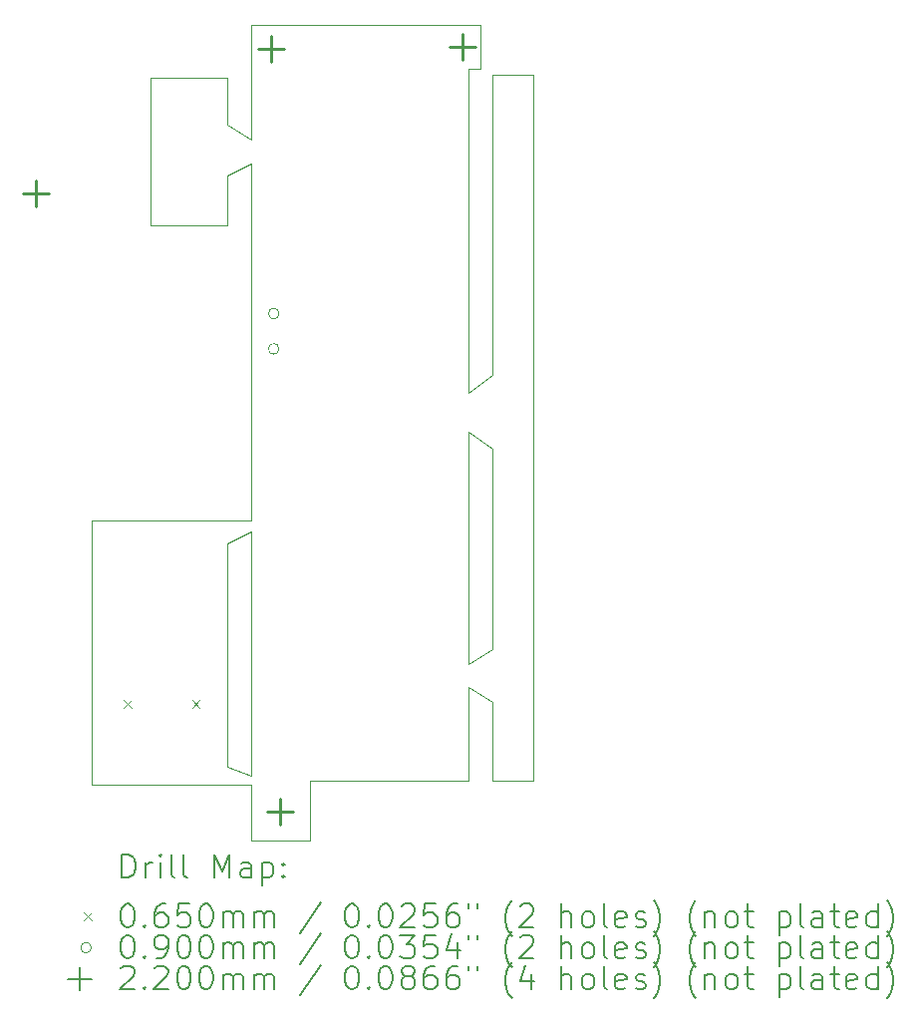
<source format=gbr>
%TF.GenerationSoftware,KiCad,Pcbnew,8.0.1*%
%TF.CreationDate,2024-07-19T12:33:11-04:00*%
%TF.ProjectId,Tiny4FSK,54696e79-3446-4534-9b2e-6b696361645f,rev?*%
%TF.SameCoordinates,Original*%
%TF.FileFunction,Drillmap*%
%TF.FilePolarity,Positive*%
%FSLAX45Y45*%
G04 Gerber Fmt 4.5, Leading zero omitted, Abs format (unit mm)*
G04 Created by KiCad (PCBNEW 8.0.1) date 2024-07-19 12:33:11*
%MOMM*%
%LPD*%
G01*
G04 APERTURE LIST*
%ADD10C,0.100000*%
%ADD11C,0.200000*%
%ADD12C,0.220000*%
G04 APERTURE END LIST*
D10*
X14025000Y-8775000D02*
X14025000Y-10675000D01*
X14025000Y-10750000D01*
X13825000Y-10675000D01*
X13825000Y-8775000D01*
X14025000Y-8675000D01*
X14025000Y-8775000D01*
X16075000Y-7975000D02*
X16075000Y-9675000D01*
X15875000Y-9800000D01*
X15875000Y-9675000D01*
X15875000Y-7975000D01*
X15875000Y-7825000D01*
X16075000Y-7975000D01*
X15975000Y-4750000D02*
X15875000Y-4750000D01*
X15875000Y-7350000D01*
X15875000Y-7500000D01*
X16075000Y-7350000D01*
X16075000Y-4800000D01*
X16425000Y-4800000D01*
X16424871Y-10792910D01*
X16074999Y-10792952D01*
X16075000Y-10125000D01*
X15875000Y-10000000D01*
X15875000Y-10150000D01*
X15874999Y-10792976D01*
X14525000Y-10793136D01*
X14525000Y-10900000D01*
X14525000Y-11300000D01*
X14025000Y-11300000D01*
X14025000Y-10825000D01*
X12675000Y-10825000D01*
X12674277Y-8581426D01*
X14024277Y-8581426D01*
X14025000Y-6075000D01*
X14025000Y-5550000D01*
X13825000Y-5650000D01*
X13825000Y-6075000D01*
X13175000Y-6075000D01*
X13175000Y-4825000D01*
X13825000Y-4825000D01*
X13825000Y-5225000D01*
X14025000Y-5350000D01*
X14024931Y-4825000D01*
X14025000Y-4375000D01*
X15975000Y-4375000D01*
X15975000Y-4750000D01*
D11*
D10*
X12946178Y-10108014D02*
X13011178Y-10173014D01*
X13011178Y-10108014D02*
X12946178Y-10173014D01*
X13524178Y-10108014D02*
X13589178Y-10173014D01*
X13589178Y-10108014D02*
X13524178Y-10173014D01*
X14263922Y-6825008D02*
G75*
G02*
X14173922Y-6825008I-45000J0D01*
G01*
X14173922Y-6825008D02*
G75*
G02*
X14263922Y-6825008I45000J0D01*
G01*
X14263922Y-7125008D02*
G75*
G02*
X14173922Y-7125008I-45000J0D01*
G01*
X14173922Y-7125008D02*
G75*
G02*
X14263922Y-7125008I45000J0D01*
G01*
D12*
X12200000Y-5695000D02*
X12200000Y-5915000D01*
X12090000Y-5805000D02*
X12310000Y-5805000D01*
X14200000Y-4465000D02*
X14200000Y-4685000D01*
X14090000Y-4575000D02*
X14310000Y-4575000D01*
X14274030Y-10947656D02*
X14274030Y-11167656D01*
X14164030Y-11057656D02*
X14384030Y-11057656D01*
X15825000Y-4450000D02*
X15825000Y-4670000D01*
X15715000Y-4560000D02*
X15935000Y-4560000D01*
D11*
X12930054Y-11616484D02*
X12930054Y-11416484D01*
X12930054Y-11416484D02*
X12977673Y-11416484D01*
X12977673Y-11416484D02*
X13006244Y-11426008D01*
X13006244Y-11426008D02*
X13025292Y-11445055D01*
X13025292Y-11445055D02*
X13034816Y-11464103D01*
X13034816Y-11464103D02*
X13044339Y-11502198D01*
X13044339Y-11502198D02*
X13044339Y-11530769D01*
X13044339Y-11530769D02*
X13034816Y-11568865D01*
X13034816Y-11568865D02*
X13025292Y-11587912D01*
X13025292Y-11587912D02*
X13006244Y-11606960D01*
X13006244Y-11606960D02*
X12977673Y-11616484D01*
X12977673Y-11616484D02*
X12930054Y-11616484D01*
X13130054Y-11616484D02*
X13130054Y-11483150D01*
X13130054Y-11521246D02*
X13139577Y-11502198D01*
X13139577Y-11502198D02*
X13149101Y-11492674D01*
X13149101Y-11492674D02*
X13168149Y-11483150D01*
X13168149Y-11483150D02*
X13187197Y-11483150D01*
X13253863Y-11616484D02*
X13253863Y-11483150D01*
X13253863Y-11416484D02*
X13244339Y-11426008D01*
X13244339Y-11426008D02*
X13253863Y-11435531D01*
X13253863Y-11435531D02*
X13263387Y-11426008D01*
X13263387Y-11426008D02*
X13253863Y-11416484D01*
X13253863Y-11416484D02*
X13253863Y-11435531D01*
X13377673Y-11616484D02*
X13358625Y-11606960D01*
X13358625Y-11606960D02*
X13349101Y-11587912D01*
X13349101Y-11587912D02*
X13349101Y-11416484D01*
X13482435Y-11616484D02*
X13463387Y-11606960D01*
X13463387Y-11606960D02*
X13453863Y-11587912D01*
X13453863Y-11587912D02*
X13453863Y-11416484D01*
X13711006Y-11616484D02*
X13711006Y-11416484D01*
X13711006Y-11416484D02*
X13777673Y-11559341D01*
X13777673Y-11559341D02*
X13844339Y-11416484D01*
X13844339Y-11416484D02*
X13844339Y-11616484D01*
X14025292Y-11616484D02*
X14025292Y-11511722D01*
X14025292Y-11511722D02*
X14015768Y-11492674D01*
X14015768Y-11492674D02*
X13996720Y-11483150D01*
X13996720Y-11483150D02*
X13958625Y-11483150D01*
X13958625Y-11483150D02*
X13939577Y-11492674D01*
X14025292Y-11606960D02*
X14006244Y-11616484D01*
X14006244Y-11616484D02*
X13958625Y-11616484D01*
X13958625Y-11616484D02*
X13939577Y-11606960D01*
X13939577Y-11606960D02*
X13930054Y-11587912D01*
X13930054Y-11587912D02*
X13930054Y-11568865D01*
X13930054Y-11568865D02*
X13939577Y-11549817D01*
X13939577Y-11549817D02*
X13958625Y-11540293D01*
X13958625Y-11540293D02*
X14006244Y-11540293D01*
X14006244Y-11540293D02*
X14025292Y-11530769D01*
X14120530Y-11483150D02*
X14120530Y-11683150D01*
X14120530Y-11492674D02*
X14139577Y-11483150D01*
X14139577Y-11483150D02*
X14177673Y-11483150D01*
X14177673Y-11483150D02*
X14196720Y-11492674D01*
X14196720Y-11492674D02*
X14206244Y-11502198D01*
X14206244Y-11502198D02*
X14215768Y-11521246D01*
X14215768Y-11521246D02*
X14215768Y-11578388D01*
X14215768Y-11578388D02*
X14206244Y-11597436D01*
X14206244Y-11597436D02*
X14196720Y-11606960D01*
X14196720Y-11606960D02*
X14177673Y-11616484D01*
X14177673Y-11616484D02*
X14139577Y-11616484D01*
X14139577Y-11616484D02*
X14120530Y-11606960D01*
X14301482Y-11597436D02*
X14311006Y-11606960D01*
X14311006Y-11606960D02*
X14301482Y-11616484D01*
X14301482Y-11616484D02*
X14291958Y-11606960D01*
X14291958Y-11606960D02*
X14301482Y-11597436D01*
X14301482Y-11597436D02*
X14301482Y-11616484D01*
X14301482Y-11492674D02*
X14311006Y-11502198D01*
X14311006Y-11502198D02*
X14301482Y-11511722D01*
X14301482Y-11511722D02*
X14291958Y-11502198D01*
X14291958Y-11502198D02*
X14301482Y-11492674D01*
X14301482Y-11492674D02*
X14301482Y-11511722D01*
D10*
X12604277Y-11912500D02*
X12669277Y-11977500D01*
X12669277Y-11912500D02*
X12604277Y-11977500D01*
D11*
X12968149Y-11836484D02*
X12987197Y-11836484D01*
X12987197Y-11836484D02*
X13006244Y-11846008D01*
X13006244Y-11846008D02*
X13015768Y-11855531D01*
X13015768Y-11855531D02*
X13025292Y-11874579D01*
X13025292Y-11874579D02*
X13034816Y-11912674D01*
X13034816Y-11912674D02*
X13034816Y-11960293D01*
X13034816Y-11960293D02*
X13025292Y-11998388D01*
X13025292Y-11998388D02*
X13015768Y-12017436D01*
X13015768Y-12017436D02*
X13006244Y-12026960D01*
X13006244Y-12026960D02*
X12987197Y-12036484D01*
X12987197Y-12036484D02*
X12968149Y-12036484D01*
X12968149Y-12036484D02*
X12949101Y-12026960D01*
X12949101Y-12026960D02*
X12939577Y-12017436D01*
X12939577Y-12017436D02*
X12930054Y-11998388D01*
X12930054Y-11998388D02*
X12920530Y-11960293D01*
X12920530Y-11960293D02*
X12920530Y-11912674D01*
X12920530Y-11912674D02*
X12930054Y-11874579D01*
X12930054Y-11874579D02*
X12939577Y-11855531D01*
X12939577Y-11855531D02*
X12949101Y-11846008D01*
X12949101Y-11846008D02*
X12968149Y-11836484D01*
X13120530Y-12017436D02*
X13130054Y-12026960D01*
X13130054Y-12026960D02*
X13120530Y-12036484D01*
X13120530Y-12036484D02*
X13111006Y-12026960D01*
X13111006Y-12026960D02*
X13120530Y-12017436D01*
X13120530Y-12017436D02*
X13120530Y-12036484D01*
X13301482Y-11836484D02*
X13263387Y-11836484D01*
X13263387Y-11836484D02*
X13244339Y-11846008D01*
X13244339Y-11846008D02*
X13234816Y-11855531D01*
X13234816Y-11855531D02*
X13215768Y-11884103D01*
X13215768Y-11884103D02*
X13206244Y-11922198D01*
X13206244Y-11922198D02*
X13206244Y-11998388D01*
X13206244Y-11998388D02*
X13215768Y-12017436D01*
X13215768Y-12017436D02*
X13225292Y-12026960D01*
X13225292Y-12026960D02*
X13244339Y-12036484D01*
X13244339Y-12036484D02*
X13282435Y-12036484D01*
X13282435Y-12036484D02*
X13301482Y-12026960D01*
X13301482Y-12026960D02*
X13311006Y-12017436D01*
X13311006Y-12017436D02*
X13320530Y-11998388D01*
X13320530Y-11998388D02*
X13320530Y-11950769D01*
X13320530Y-11950769D02*
X13311006Y-11931722D01*
X13311006Y-11931722D02*
X13301482Y-11922198D01*
X13301482Y-11922198D02*
X13282435Y-11912674D01*
X13282435Y-11912674D02*
X13244339Y-11912674D01*
X13244339Y-11912674D02*
X13225292Y-11922198D01*
X13225292Y-11922198D02*
X13215768Y-11931722D01*
X13215768Y-11931722D02*
X13206244Y-11950769D01*
X13501482Y-11836484D02*
X13406244Y-11836484D01*
X13406244Y-11836484D02*
X13396720Y-11931722D01*
X13396720Y-11931722D02*
X13406244Y-11922198D01*
X13406244Y-11922198D02*
X13425292Y-11912674D01*
X13425292Y-11912674D02*
X13472911Y-11912674D01*
X13472911Y-11912674D02*
X13491958Y-11922198D01*
X13491958Y-11922198D02*
X13501482Y-11931722D01*
X13501482Y-11931722D02*
X13511006Y-11950769D01*
X13511006Y-11950769D02*
X13511006Y-11998388D01*
X13511006Y-11998388D02*
X13501482Y-12017436D01*
X13501482Y-12017436D02*
X13491958Y-12026960D01*
X13491958Y-12026960D02*
X13472911Y-12036484D01*
X13472911Y-12036484D02*
X13425292Y-12036484D01*
X13425292Y-12036484D02*
X13406244Y-12026960D01*
X13406244Y-12026960D02*
X13396720Y-12017436D01*
X13634816Y-11836484D02*
X13653863Y-11836484D01*
X13653863Y-11836484D02*
X13672911Y-11846008D01*
X13672911Y-11846008D02*
X13682435Y-11855531D01*
X13682435Y-11855531D02*
X13691958Y-11874579D01*
X13691958Y-11874579D02*
X13701482Y-11912674D01*
X13701482Y-11912674D02*
X13701482Y-11960293D01*
X13701482Y-11960293D02*
X13691958Y-11998388D01*
X13691958Y-11998388D02*
X13682435Y-12017436D01*
X13682435Y-12017436D02*
X13672911Y-12026960D01*
X13672911Y-12026960D02*
X13653863Y-12036484D01*
X13653863Y-12036484D02*
X13634816Y-12036484D01*
X13634816Y-12036484D02*
X13615768Y-12026960D01*
X13615768Y-12026960D02*
X13606244Y-12017436D01*
X13606244Y-12017436D02*
X13596720Y-11998388D01*
X13596720Y-11998388D02*
X13587197Y-11960293D01*
X13587197Y-11960293D02*
X13587197Y-11912674D01*
X13587197Y-11912674D02*
X13596720Y-11874579D01*
X13596720Y-11874579D02*
X13606244Y-11855531D01*
X13606244Y-11855531D02*
X13615768Y-11846008D01*
X13615768Y-11846008D02*
X13634816Y-11836484D01*
X13787197Y-12036484D02*
X13787197Y-11903150D01*
X13787197Y-11922198D02*
X13796720Y-11912674D01*
X13796720Y-11912674D02*
X13815768Y-11903150D01*
X13815768Y-11903150D02*
X13844339Y-11903150D01*
X13844339Y-11903150D02*
X13863387Y-11912674D01*
X13863387Y-11912674D02*
X13872911Y-11931722D01*
X13872911Y-11931722D02*
X13872911Y-12036484D01*
X13872911Y-11931722D02*
X13882435Y-11912674D01*
X13882435Y-11912674D02*
X13901482Y-11903150D01*
X13901482Y-11903150D02*
X13930054Y-11903150D01*
X13930054Y-11903150D02*
X13949101Y-11912674D01*
X13949101Y-11912674D02*
X13958625Y-11931722D01*
X13958625Y-11931722D02*
X13958625Y-12036484D01*
X14053863Y-12036484D02*
X14053863Y-11903150D01*
X14053863Y-11922198D02*
X14063387Y-11912674D01*
X14063387Y-11912674D02*
X14082435Y-11903150D01*
X14082435Y-11903150D02*
X14111006Y-11903150D01*
X14111006Y-11903150D02*
X14130054Y-11912674D01*
X14130054Y-11912674D02*
X14139578Y-11931722D01*
X14139578Y-11931722D02*
X14139578Y-12036484D01*
X14139578Y-11931722D02*
X14149101Y-11912674D01*
X14149101Y-11912674D02*
X14168149Y-11903150D01*
X14168149Y-11903150D02*
X14196720Y-11903150D01*
X14196720Y-11903150D02*
X14215768Y-11912674D01*
X14215768Y-11912674D02*
X14225292Y-11931722D01*
X14225292Y-11931722D02*
X14225292Y-12036484D01*
X14615768Y-11826960D02*
X14444340Y-12084103D01*
X14872911Y-11836484D02*
X14891959Y-11836484D01*
X14891959Y-11836484D02*
X14911006Y-11846008D01*
X14911006Y-11846008D02*
X14920530Y-11855531D01*
X14920530Y-11855531D02*
X14930054Y-11874579D01*
X14930054Y-11874579D02*
X14939578Y-11912674D01*
X14939578Y-11912674D02*
X14939578Y-11960293D01*
X14939578Y-11960293D02*
X14930054Y-11998388D01*
X14930054Y-11998388D02*
X14920530Y-12017436D01*
X14920530Y-12017436D02*
X14911006Y-12026960D01*
X14911006Y-12026960D02*
X14891959Y-12036484D01*
X14891959Y-12036484D02*
X14872911Y-12036484D01*
X14872911Y-12036484D02*
X14853863Y-12026960D01*
X14853863Y-12026960D02*
X14844340Y-12017436D01*
X14844340Y-12017436D02*
X14834816Y-11998388D01*
X14834816Y-11998388D02*
X14825292Y-11960293D01*
X14825292Y-11960293D02*
X14825292Y-11912674D01*
X14825292Y-11912674D02*
X14834816Y-11874579D01*
X14834816Y-11874579D02*
X14844340Y-11855531D01*
X14844340Y-11855531D02*
X14853863Y-11846008D01*
X14853863Y-11846008D02*
X14872911Y-11836484D01*
X15025292Y-12017436D02*
X15034816Y-12026960D01*
X15034816Y-12026960D02*
X15025292Y-12036484D01*
X15025292Y-12036484D02*
X15015768Y-12026960D01*
X15015768Y-12026960D02*
X15025292Y-12017436D01*
X15025292Y-12017436D02*
X15025292Y-12036484D01*
X15158625Y-11836484D02*
X15177673Y-11836484D01*
X15177673Y-11836484D02*
X15196721Y-11846008D01*
X15196721Y-11846008D02*
X15206244Y-11855531D01*
X15206244Y-11855531D02*
X15215768Y-11874579D01*
X15215768Y-11874579D02*
X15225292Y-11912674D01*
X15225292Y-11912674D02*
X15225292Y-11960293D01*
X15225292Y-11960293D02*
X15215768Y-11998388D01*
X15215768Y-11998388D02*
X15206244Y-12017436D01*
X15206244Y-12017436D02*
X15196721Y-12026960D01*
X15196721Y-12026960D02*
X15177673Y-12036484D01*
X15177673Y-12036484D02*
X15158625Y-12036484D01*
X15158625Y-12036484D02*
X15139578Y-12026960D01*
X15139578Y-12026960D02*
X15130054Y-12017436D01*
X15130054Y-12017436D02*
X15120530Y-11998388D01*
X15120530Y-11998388D02*
X15111006Y-11960293D01*
X15111006Y-11960293D02*
X15111006Y-11912674D01*
X15111006Y-11912674D02*
X15120530Y-11874579D01*
X15120530Y-11874579D02*
X15130054Y-11855531D01*
X15130054Y-11855531D02*
X15139578Y-11846008D01*
X15139578Y-11846008D02*
X15158625Y-11836484D01*
X15301482Y-11855531D02*
X15311006Y-11846008D01*
X15311006Y-11846008D02*
X15330054Y-11836484D01*
X15330054Y-11836484D02*
X15377673Y-11836484D01*
X15377673Y-11836484D02*
X15396721Y-11846008D01*
X15396721Y-11846008D02*
X15406244Y-11855531D01*
X15406244Y-11855531D02*
X15415768Y-11874579D01*
X15415768Y-11874579D02*
X15415768Y-11893627D01*
X15415768Y-11893627D02*
X15406244Y-11922198D01*
X15406244Y-11922198D02*
X15291959Y-12036484D01*
X15291959Y-12036484D02*
X15415768Y-12036484D01*
X15596721Y-11836484D02*
X15501482Y-11836484D01*
X15501482Y-11836484D02*
X15491959Y-11931722D01*
X15491959Y-11931722D02*
X15501482Y-11922198D01*
X15501482Y-11922198D02*
X15520530Y-11912674D01*
X15520530Y-11912674D02*
X15568149Y-11912674D01*
X15568149Y-11912674D02*
X15587197Y-11922198D01*
X15587197Y-11922198D02*
X15596721Y-11931722D01*
X15596721Y-11931722D02*
X15606244Y-11950769D01*
X15606244Y-11950769D02*
X15606244Y-11998388D01*
X15606244Y-11998388D02*
X15596721Y-12017436D01*
X15596721Y-12017436D02*
X15587197Y-12026960D01*
X15587197Y-12026960D02*
X15568149Y-12036484D01*
X15568149Y-12036484D02*
X15520530Y-12036484D01*
X15520530Y-12036484D02*
X15501482Y-12026960D01*
X15501482Y-12026960D02*
X15491959Y-12017436D01*
X15777673Y-11836484D02*
X15739578Y-11836484D01*
X15739578Y-11836484D02*
X15720530Y-11846008D01*
X15720530Y-11846008D02*
X15711006Y-11855531D01*
X15711006Y-11855531D02*
X15691959Y-11884103D01*
X15691959Y-11884103D02*
X15682435Y-11922198D01*
X15682435Y-11922198D02*
X15682435Y-11998388D01*
X15682435Y-11998388D02*
X15691959Y-12017436D01*
X15691959Y-12017436D02*
X15701482Y-12026960D01*
X15701482Y-12026960D02*
X15720530Y-12036484D01*
X15720530Y-12036484D02*
X15758625Y-12036484D01*
X15758625Y-12036484D02*
X15777673Y-12026960D01*
X15777673Y-12026960D02*
X15787197Y-12017436D01*
X15787197Y-12017436D02*
X15796721Y-11998388D01*
X15796721Y-11998388D02*
X15796721Y-11950769D01*
X15796721Y-11950769D02*
X15787197Y-11931722D01*
X15787197Y-11931722D02*
X15777673Y-11922198D01*
X15777673Y-11922198D02*
X15758625Y-11912674D01*
X15758625Y-11912674D02*
X15720530Y-11912674D01*
X15720530Y-11912674D02*
X15701482Y-11922198D01*
X15701482Y-11922198D02*
X15691959Y-11931722D01*
X15691959Y-11931722D02*
X15682435Y-11950769D01*
X15872911Y-11836484D02*
X15872911Y-11874579D01*
X15949102Y-11836484D02*
X15949102Y-11874579D01*
X16244340Y-12112674D02*
X16234816Y-12103150D01*
X16234816Y-12103150D02*
X16215768Y-12074579D01*
X16215768Y-12074579D02*
X16206244Y-12055531D01*
X16206244Y-12055531D02*
X16196721Y-12026960D01*
X16196721Y-12026960D02*
X16187197Y-11979341D01*
X16187197Y-11979341D02*
X16187197Y-11941246D01*
X16187197Y-11941246D02*
X16196721Y-11893627D01*
X16196721Y-11893627D02*
X16206244Y-11865055D01*
X16206244Y-11865055D02*
X16215768Y-11846008D01*
X16215768Y-11846008D02*
X16234816Y-11817436D01*
X16234816Y-11817436D02*
X16244340Y-11807912D01*
X16311006Y-11855531D02*
X16320530Y-11846008D01*
X16320530Y-11846008D02*
X16339578Y-11836484D01*
X16339578Y-11836484D02*
X16387197Y-11836484D01*
X16387197Y-11836484D02*
X16406244Y-11846008D01*
X16406244Y-11846008D02*
X16415768Y-11855531D01*
X16415768Y-11855531D02*
X16425292Y-11874579D01*
X16425292Y-11874579D02*
X16425292Y-11893627D01*
X16425292Y-11893627D02*
X16415768Y-11922198D01*
X16415768Y-11922198D02*
X16301483Y-12036484D01*
X16301483Y-12036484D02*
X16425292Y-12036484D01*
X16663387Y-12036484D02*
X16663387Y-11836484D01*
X16749102Y-12036484D02*
X16749102Y-11931722D01*
X16749102Y-11931722D02*
X16739578Y-11912674D01*
X16739578Y-11912674D02*
X16720530Y-11903150D01*
X16720530Y-11903150D02*
X16691959Y-11903150D01*
X16691959Y-11903150D02*
X16672911Y-11912674D01*
X16672911Y-11912674D02*
X16663387Y-11922198D01*
X16872911Y-12036484D02*
X16853864Y-12026960D01*
X16853864Y-12026960D02*
X16844340Y-12017436D01*
X16844340Y-12017436D02*
X16834816Y-11998388D01*
X16834816Y-11998388D02*
X16834816Y-11941246D01*
X16834816Y-11941246D02*
X16844340Y-11922198D01*
X16844340Y-11922198D02*
X16853864Y-11912674D01*
X16853864Y-11912674D02*
X16872911Y-11903150D01*
X16872911Y-11903150D02*
X16901483Y-11903150D01*
X16901483Y-11903150D02*
X16920530Y-11912674D01*
X16920530Y-11912674D02*
X16930054Y-11922198D01*
X16930054Y-11922198D02*
X16939578Y-11941246D01*
X16939578Y-11941246D02*
X16939578Y-11998388D01*
X16939578Y-11998388D02*
X16930054Y-12017436D01*
X16930054Y-12017436D02*
X16920530Y-12026960D01*
X16920530Y-12026960D02*
X16901483Y-12036484D01*
X16901483Y-12036484D02*
X16872911Y-12036484D01*
X17053864Y-12036484D02*
X17034816Y-12026960D01*
X17034816Y-12026960D02*
X17025292Y-12007912D01*
X17025292Y-12007912D02*
X17025292Y-11836484D01*
X17206245Y-12026960D02*
X17187197Y-12036484D01*
X17187197Y-12036484D02*
X17149102Y-12036484D01*
X17149102Y-12036484D02*
X17130054Y-12026960D01*
X17130054Y-12026960D02*
X17120530Y-12007912D01*
X17120530Y-12007912D02*
X17120530Y-11931722D01*
X17120530Y-11931722D02*
X17130054Y-11912674D01*
X17130054Y-11912674D02*
X17149102Y-11903150D01*
X17149102Y-11903150D02*
X17187197Y-11903150D01*
X17187197Y-11903150D02*
X17206245Y-11912674D01*
X17206245Y-11912674D02*
X17215768Y-11931722D01*
X17215768Y-11931722D02*
X17215768Y-11950769D01*
X17215768Y-11950769D02*
X17120530Y-11969817D01*
X17291959Y-12026960D02*
X17311007Y-12036484D01*
X17311007Y-12036484D02*
X17349102Y-12036484D01*
X17349102Y-12036484D02*
X17368149Y-12026960D01*
X17368149Y-12026960D02*
X17377673Y-12007912D01*
X17377673Y-12007912D02*
X17377673Y-11998388D01*
X17377673Y-11998388D02*
X17368149Y-11979341D01*
X17368149Y-11979341D02*
X17349102Y-11969817D01*
X17349102Y-11969817D02*
X17320530Y-11969817D01*
X17320530Y-11969817D02*
X17301483Y-11960293D01*
X17301483Y-11960293D02*
X17291959Y-11941246D01*
X17291959Y-11941246D02*
X17291959Y-11931722D01*
X17291959Y-11931722D02*
X17301483Y-11912674D01*
X17301483Y-11912674D02*
X17320530Y-11903150D01*
X17320530Y-11903150D02*
X17349102Y-11903150D01*
X17349102Y-11903150D02*
X17368149Y-11912674D01*
X17444340Y-12112674D02*
X17453864Y-12103150D01*
X17453864Y-12103150D02*
X17472911Y-12074579D01*
X17472911Y-12074579D02*
X17482435Y-12055531D01*
X17482435Y-12055531D02*
X17491959Y-12026960D01*
X17491959Y-12026960D02*
X17501483Y-11979341D01*
X17501483Y-11979341D02*
X17501483Y-11941246D01*
X17501483Y-11941246D02*
X17491959Y-11893627D01*
X17491959Y-11893627D02*
X17482435Y-11865055D01*
X17482435Y-11865055D02*
X17472911Y-11846008D01*
X17472911Y-11846008D02*
X17453864Y-11817436D01*
X17453864Y-11817436D02*
X17444340Y-11807912D01*
X17806245Y-12112674D02*
X17796721Y-12103150D01*
X17796721Y-12103150D02*
X17777673Y-12074579D01*
X17777673Y-12074579D02*
X17768149Y-12055531D01*
X17768149Y-12055531D02*
X17758626Y-12026960D01*
X17758626Y-12026960D02*
X17749102Y-11979341D01*
X17749102Y-11979341D02*
X17749102Y-11941246D01*
X17749102Y-11941246D02*
X17758626Y-11893627D01*
X17758626Y-11893627D02*
X17768149Y-11865055D01*
X17768149Y-11865055D02*
X17777673Y-11846008D01*
X17777673Y-11846008D02*
X17796721Y-11817436D01*
X17796721Y-11817436D02*
X17806245Y-11807912D01*
X17882435Y-11903150D02*
X17882435Y-12036484D01*
X17882435Y-11922198D02*
X17891959Y-11912674D01*
X17891959Y-11912674D02*
X17911007Y-11903150D01*
X17911007Y-11903150D02*
X17939578Y-11903150D01*
X17939578Y-11903150D02*
X17958626Y-11912674D01*
X17958626Y-11912674D02*
X17968149Y-11931722D01*
X17968149Y-11931722D02*
X17968149Y-12036484D01*
X18091959Y-12036484D02*
X18072911Y-12026960D01*
X18072911Y-12026960D02*
X18063388Y-12017436D01*
X18063388Y-12017436D02*
X18053864Y-11998388D01*
X18053864Y-11998388D02*
X18053864Y-11941246D01*
X18053864Y-11941246D02*
X18063388Y-11922198D01*
X18063388Y-11922198D02*
X18072911Y-11912674D01*
X18072911Y-11912674D02*
X18091959Y-11903150D01*
X18091959Y-11903150D02*
X18120530Y-11903150D01*
X18120530Y-11903150D02*
X18139578Y-11912674D01*
X18139578Y-11912674D02*
X18149102Y-11922198D01*
X18149102Y-11922198D02*
X18158626Y-11941246D01*
X18158626Y-11941246D02*
X18158626Y-11998388D01*
X18158626Y-11998388D02*
X18149102Y-12017436D01*
X18149102Y-12017436D02*
X18139578Y-12026960D01*
X18139578Y-12026960D02*
X18120530Y-12036484D01*
X18120530Y-12036484D02*
X18091959Y-12036484D01*
X18215769Y-11903150D02*
X18291959Y-11903150D01*
X18244340Y-11836484D02*
X18244340Y-12007912D01*
X18244340Y-12007912D02*
X18253864Y-12026960D01*
X18253864Y-12026960D02*
X18272911Y-12036484D01*
X18272911Y-12036484D02*
X18291959Y-12036484D01*
X18511007Y-11903150D02*
X18511007Y-12103150D01*
X18511007Y-11912674D02*
X18530054Y-11903150D01*
X18530054Y-11903150D02*
X18568150Y-11903150D01*
X18568150Y-11903150D02*
X18587197Y-11912674D01*
X18587197Y-11912674D02*
X18596721Y-11922198D01*
X18596721Y-11922198D02*
X18606245Y-11941246D01*
X18606245Y-11941246D02*
X18606245Y-11998388D01*
X18606245Y-11998388D02*
X18596721Y-12017436D01*
X18596721Y-12017436D02*
X18587197Y-12026960D01*
X18587197Y-12026960D02*
X18568150Y-12036484D01*
X18568150Y-12036484D02*
X18530054Y-12036484D01*
X18530054Y-12036484D02*
X18511007Y-12026960D01*
X18720530Y-12036484D02*
X18701483Y-12026960D01*
X18701483Y-12026960D02*
X18691959Y-12007912D01*
X18691959Y-12007912D02*
X18691959Y-11836484D01*
X18882435Y-12036484D02*
X18882435Y-11931722D01*
X18882435Y-11931722D02*
X18872911Y-11912674D01*
X18872911Y-11912674D02*
X18853864Y-11903150D01*
X18853864Y-11903150D02*
X18815769Y-11903150D01*
X18815769Y-11903150D02*
X18796721Y-11912674D01*
X18882435Y-12026960D02*
X18863388Y-12036484D01*
X18863388Y-12036484D02*
X18815769Y-12036484D01*
X18815769Y-12036484D02*
X18796721Y-12026960D01*
X18796721Y-12026960D02*
X18787197Y-12007912D01*
X18787197Y-12007912D02*
X18787197Y-11988865D01*
X18787197Y-11988865D02*
X18796721Y-11969817D01*
X18796721Y-11969817D02*
X18815769Y-11960293D01*
X18815769Y-11960293D02*
X18863388Y-11960293D01*
X18863388Y-11960293D02*
X18882435Y-11950769D01*
X18949102Y-11903150D02*
X19025292Y-11903150D01*
X18977673Y-11836484D02*
X18977673Y-12007912D01*
X18977673Y-12007912D02*
X18987197Y-12026960D01*
X18987197Y-12026960D02*
X19006245Y-12036484D01*
X19006245Y-12036484D02*
X19025292Y-12036484D01*
X19168150Y-12026960D02*
X19149102Y-12036484D01*
X19149102Y-12036484D02*
X19111007Y-12036484D01*
X19111007Y-12036484D02*
X19091959Y-12026960D01*
X19091959Y-12026960D02*
X19082435Y-12007912D01*
X19082435Y-12007912D02*
X19082435Y-11931722D01*
X19082435Y-11931722D02*
X19091959Y-11912674D01*
X19091959Y-11912674D02*
X19111007Y-11903150D01*
X19111007Y-11903150D02*
X19149102Y-11903150D01*
X19149102Y-11903150D02*
X19168150Y-11912674D01*
X19168150Y-11912674D02*
X19177673Y-11931722D01*
X19177673Y-11931722D02*
X19177673Y-11950769D01*
X19177673Y-11950769D02*
X19082435Y-11969817D01*
X19349102Y-12036484D02*
X19349102Y-11836484D01*
X19349102Y-12026960D02*
X19330054Y-12036484D01*
X19330054Y-12036484D02*
X19291959Y-12036484D01*
X19291959Y-12036484D02*
X19272911Y-12026960D01*
X19272911Y-12026960D02*
X19263388Y-12017436D01*
X19263388Y-12017436D02*
X19253864Y-11998388D01*
X19253864Y-11998388D02*
X19253864Y-11941246D01*
X19253864Y-11941246D02*
X19263388Y-11922198D01*
X19263388Y-11922198D02*
X19272911Y-11912674D01*
X19272911Y-11912674D02*
X19291959Y-11903150D01*
X19291959Y-11903150D02*
X19330054Y-11903150D01*
X19330054Y-11903150D02*
X19349102Y-11912674D01*
X19425292Y-12112674D02*
X19434816Y-12103150D01*
X19434816Y-12103150D02*
X19453864Y-12074579D01*
X19453864Y-12074579D02*
X19463388Y-12055531D01*
X19463388Y-12055531D02*
X19472911Y-12026960D01*
X19472911Y-12026960D02*
X19482435Y-11979341D01*
X19482435Y-11979341D02*
X19482435Y-11941246D01*
X19482435Y-11941246D02*
X19472911Y-11893627D01*
X19472911Y-11893627D02*
X19463388Y-11865055D01*
X19463388Y-11865055D02*
X19453864Y-11846008D01*
X19453864Y-11846008D02*
X19434816Y-11817436D01*
X19434816Y-11817436D02*
X19425292Y-11807912D01*
D10*
X12669277Y-12209000D02*
G75*
G02*
X12579277Y-12209000I-45000J0D01*
G01*
X12579277Y-12209000D02*
G75*
G02*
X12669277Y-12209000I45000J0D01*
G01*
D11*
X12968149Y-12100484D02*
X12987197Y-12100484D01*
X12987197Y-12100484D02*
X13006244Y-12110008D01*
X13006244Y-12110008D02*
X13015768Y-12119531D01*
X13015768Y-12119531D02*
X13025292Y-12138579D01*
X13025292Y-12138579D02*
X13034816Y-12176674D01*
X13034816Y-12176674D02*
X13034816Y-12224293D01*
X13034816Y-12224293D02*
X13025292Y-12262388D01*
X13025292Y-12262388D02*
X13015768Y-12281436D01*
X13015768Y-12281436D02*
X13006244Y-12290960D01*
X13006244Y-12290960D02*
X12987197Y-12300484D01*
X12987197Y-12300484D02*
X12968149Y-12300484D01*
X12968149Y-12300484D02*
X12949101Y-12290960D01*
X12949101Y-12290960D02*
X12939577Y-12281436D01*
X12939577Y-12281436D02*
X12930054Y-12262388D01*
X12930054Y-12262388D02*
X12920530Y-12224293D01*
X12920530Y-12224293D02*
X12920530Y-12176674D01*
X12920530Y-12176674D02*
X12930054Y-12138579D01*
X12930054Y-12138579D02*
X12939577Y-12119531D01*
X12939577Y-12119531D02*
X12949101Y-12110008D01*
X12949101Y-12110008D02*
X12968149Y-12100484D01*
X13120530Y-12281436D02*
X13130054Y-12290960D01*
X13130054Y-12290960D02*
X13120530Y-12300484D01*
X13120530Y-12300484D02*
X13111006Y-12290960D01*
X13111006Y-12290960D02*
X13120530Y-12281436D01*
X13120530Y-12281436D02*
X13120530Y-12300484D01*
X13225292Y-12300484D02*
X13263387Y-12300484D01*
X13263387Y-12300484D02*
X13282435Y-12290960D01*
X13282435Y-12290960D02*
X13291958Y-12281436D01*
X13291958Y-12281436D02*
X13311006Y-12252865D01*
X13311006Y-12252865D02*
X13320530Y-12214769D01*
X13320530Y-12214769D02*
X13320530Y-12138579D01*
X13320530Y-12138579D02*
X13311006Y-12119531D01*
X13311006Y-12119531D02*
X13301482Y-12110008D01*
X13301482Y-12110008D02*
X13282435Y-12100484D01*
X13282435Y-12100484D02*
X13244339Y-12100484D01*
X13244339Y-12100484D02*
X13225292Y-12110008D01*
X13225292Y-12110008D02*
X13215768Y-12119531D01*
X13215768Y-12119531D02*
X13206244Y-12138579D01*
X13206244Y-12138579D02*
X13206244Y-12186198D01*
X13206244Y-12186198D02*
X13215768Y-12205246D01*
X13215768Y-12205246D02*
X13225292Y-12214769D01*
X13225292Y-12214769D02*
X13244339Y-12224293D01*
X13244339Y-12224293D02*
X13282435Y-12224293D01*
X13282435Y-12224293D02*
X13301482Y-12214769D01*
X13301482Y-12214769D02*
X13311006Y-12205246D01*
X13311006Y-12205246D02*
X13320530Y-12186198D01*
X13444339Y-12100484D02*
X13463387Y-12100484D01*
X13463387Y-12100484D02*
X13482435Y-12110008D01*
X13482435Y-12110008D02*
X13491958Y-12119531D01*
X13491958Y-12119531D02*
X13501482Y-12138579D01*
X13501482Y-12138579D02*
X13511006Y-12176674D01*
X13511006Y-12176674D02*
X13511006Y-12224293D01*
X13511006Y-12224293D02*
X13501482Y-12262388D01*
X13501482Y-12262388D02*
X13491958Y-12281436D01*
X13491958Y-12281436D02*
X13482435Y-12290960D01*
X13482435Y-12290960D02*
X13463387Y-12300484D01*
X13463387Y-12300484D02*
X13444339Y-12300484D01*
X13444339Y-12300484D02*
X13425292Y-12290960D01*
X13425292Y-12290960D02*
X13415768Y-12281436D01*
X13415768Y-12281436D02*
X13406244Y-12262388D01*
X13406244Y-12262388D02*
X13396720Y-12224293D01*
X13396720Y-12224293D02*
X13396720Y-12176674D01*
X13396720Y-12176674D02*
X13406244Y-12138579D01*
X13406244Y-12138579D02*
X13415768Y-12119531D01*
X13415768Y-12119531D02*
X13425292Y-12110008D01*
X13425292Y-12110008D02*
X13444339Y-12100484D01*
X13634816Y-12100484D02*
X13653863Y-12100484D01*
X13653863Y-12100484D02*
X13672911Y-12110008D01*
X13672911Y-12110008D02*
X13682435Y-12119531D01*
X13682435Y-12119531D02*
X13691958Y-12138579D01*
X13691958Y-12138579D02*
X13701482Y-12176674D01*
X13701482Y-12176674D02*
X13701482Y-12224293D01*
X13701482Y-12224293D02*
X13691958Y-12262388D01*
X13691958Y-12262388D02*
X13682435Y-12281436D01*
X13682435Y-12281436D02*
X13672911Y-12290960D01*
X13672911Y-12290960D02*
X13653863Y-12300484D01*
X13653863Y-12300484D02*
X13634816Y-12300484D01*
X13634816Y-12300484D02*
X13615768Y-12290960D01*
X13615768Y-12290960D02*
X13606244Y-12281436D01*
X13606244Y-12281436D02*
X13596720Y-12262388D01*
X13596720Y-12262388D02*
X13587197Y-12224293D01*
X13587197Y-12224293D02*
X13587197Y-12176674D01*
X13587197Y-12176674D02*
X13596720Y-12138579D01*
X13596720Y-12138579D02*
X13606244Y-12119531D01*
X13606244Y-12119531D02*
X13615768Y-12110008D01*
X13615768Y-12110008D02*
X13634816Y-12100484D01*
X13787197Y-12300484D02*
X13787197Y-12167150D01*
X13787197Y-12186198D02*
X13796720Y-12176674D01*
X13796720Y-12176674D02*
X13815768Y-12167150D01*
X13815768Y-12167150D02*
X13844339Y-12167150D01*
X13844339Y-12167150D02*
X13863387Y-12176674D01*
X13863387Y-12176674D02*
X13872911Y-12195722D01*
X13872911Y-12195722D02*
X13872911Y-12300484D01*
X13872911Y-12195722D02*
X13882435Y-12176674D01*
X13882435Y-12176674D02*
X13901482Y-12167150D01*
X13901482Y-12167150D02*
X13930054Y-12167150D01*
X13930054Y-12167150D02*
X13949101Y-12176674D01*
X13949101Y-12176674D02*
X13958625Y-12195722D01*
X13958625Y-12195722D02*
X13958625Y-12300484D01*
X14053863Y-12300484D02*
X14053863Y-12167150D01*
X14053863Y-12186198D02*
X14063387Y-12176674D01*
X14063387Y-12176674D02*
X14082435Y-12167150D01*
X14082435Y-12167150D02*
X14111006Y-12167150D01*
X14111006Y-12167150D02*
X14130054Y-12176674D01*
X14130054Y-12176674D02*
X14139578Y-12195722D01*
X14139578Y-12195722D02*
X14139578Y-12300484D01*
X14139578Y-12195722D02*
X14149101Y-12176674D01*
X14149101Y-12176674D02*
X14168149Y-12167150D01*
X14168149Y-12167150D02*
X14196720Y-12167150D01*
X14196720Y-12167150D02*
X14215768Y-12176674D01*
X14215768Y-12176674D02*
X14225292Y-12195722D01*
X14225292Y-12195722D02*
X14225292Y-12300484D01*
X14615768Y-12090960D02*
X14444340Y-12348103D01*
X14872911Y-12100484D02*
X14891959Y-12100484D01*
X14891959Y-12100484D02*
X14911006Y-12110008D01*
X14911006Y-12110008D02*
X14920530Y-12119531D01*
X14920530Y-12119531D02*
X14930054Y-12138579D01*
X14930054Y-12138579D02*
X14939578Y-12176674D01*
X14939578Y-12176674D02*
X14939578Y-12224293D01*
X14939578Y-12224293D02*
X14930054Y-12262388D01*
X14930054Y-12262388D02*
X14920530Y-12281436D01*
X14920530Y-12281436D02*
X14911006Y-12290960D01*
X14911006Y-12290960D02*
X14891959Y-12300484D01*
X14891959Y-12300484D02*
X14872911Y-12300484D01*
X14872911Y-12300484D02*
X14853863Y-12290960D01*
X14853863Y-12290960D02*
X14844340Y-12281436D01*
X14844340Y-12281436D02*
X14834816Y-12262388D01*
X14834816Y-12262388D02*
X14825292Y-12224293D01*
X14825292Y-12224293D02*
X14825292Y-12176674D01*
X14825292Y-12176674D02*
X14834816Y-12138579D01*
X14834816Y-12138579D02*
X14844340Y-12119531D01*
X14844340Y-12119531D02*
X14853863Y-12110008D01*
X14853863Y-12110008D02*
X14872911Y-12100484D01*
X15025292Y-12281436D02*
X15034816Y-12290960D01*
X15034816Y-12290960D02*
X15025292Y-12300484D01*
X15025292Y-12300484D02*
X15015768Y-12290960D01*
X15015768Y-12290960D02*
X15025292Y-12281436D01*
X15025292Y-12281436D02*
X15025292Y-12300484D01*
X15158625Y-12100484D02*
X15177673Y-12100484D01*
X15177673Y-12100484D02*
X15196721Y-12110008D01*
X15196721Y-12110008D02*
X15206244Y-12119531D01*
X15206244Y-12119531D02*
X15215768Y-12138579D01*
X15215768Y-12138579D02*
X15225292Y-12176674D01*
X15225292Y-12176674D02*
X15225292Y-12224293D01*
X15225292Y-12224293D02*
X15215768Y-12262388D01*
X15215768Y-12262388D02*
X15206244Y-12281436D01*
X15206244Y-12281436D02*
X15196721Y-12290960D01*
X15196721Y-12290960D02*
X15177673Y-12300484D01*
X15177673Y-12300484D02*
X15158625Y-12300484D01*
X15158625Y-12300484D02*
X15139578Y-12290960D01*
X15139578Y-12290960D02*
X15130054Y-12281436D01*
X15130054Y-12281436D02*
X15120530Y-12262388D01*
X15120530Y-12262388D02*
X15111006Y-12224293D01*
X15111006Y-12224293D02*
X15111006Y-12176674D01*
X15111006Y-12176674D02*
X15120530Y-12138579D01*
X15120530Y-12138579D02*
X15130054Y-12119531D01*
X15130054Y-12119531D02*
X15139578Y-12110008D01*
X15139578Y-12110008D02*
X15158625Y-12100484D01*
X15291959Y-12100484D02*
X15415768Y-12100484D01*
X15415768Y-12100484D02*
X15349101Y-12176674D01*
X15349101Y-12176674D02*
X15377673Y-12176674D01*
X15377673Y-12176674D02*
X15396721Y-12186198D01*
X15396721Y-12186198D02*
X15406244Y-12195722D01*
X15406244Y-12195722D02*
X15415768Y-12214769D01*
X15415768Y-12214769D02*
X15415768Y-12262388D01*
X15415768Y-12262388D02*
X15406244Y-12281436D01*
X15406244Y-12281436D02*
X15396721Y-12290960D01*
X15396721Y-12290960D02*
X15377673Y-12300484D01*
X15377673Y-12300484D02*
X15320530Y-12300484D01*
X15320530Y-12300484D02*
X15301482Y-12290960D01*
X15301482Y-12290960D02*
X15291959Y-12281436D01*
X15596721Y-12100484D02*
X15501482Y-12100484D01*
X15501482Y-12100484D02*
X15491959Y-12195722D01*
X15491959Y-12195722D02*
X15501482Y-12186198D01*
X15501482Y-12186198D02*
X15520530Y-12176674D01*
X15520530Y-12176674D02*
X15568149Y-12176674D01*
X15568149Y-12176674D02*
X15587197Y-12186198D01*
X15587197Y-12186198D02*
X15596721Y-12195722D01*
X15596721Y-12195722D02*
X15606244Y-12214769D01*
X15606244Y-12214769D02*
X15606244Y-12262388D01*
X15606244Y-12262388D02*
X15596721Y-12281436D01*
X15596721Y-12281436D02*
X15587197Y-12290960D01*
X15587197Y-12290960D02*
X15568149Y-12300484D01*
X15568149Y-12300484D02*
X15520530Y-12300484D01*
X15520530Y-12300484D02*
X15501482Y-12290960D01*
X15501482Y-12290960D02*
X15491959Y-12281436D01*
X15777673Y-12167150D02*
X15777673Y-12300484D01*
X15730054Y-12090960D02*
X15682435Y-12233817D01*
X15682435Y-12233817D02*
X15806244Y-12233817D01*
X15872911Y-12100484D02*
X15872911Y-12138579D01*
X15949102Y-12100484D02*
X15949102Y-12138579D01*
X16244340Y-12376674D02*
X16234816Y-12367150D01*
X16234816Y-12367150D02*
X16215768Y-12338579D01*
X16215768Y-12338579D02*
X16206244Y-12319531D01*
X16206244Y-12319531D02*
X16196721Y-12290960D01*
X16196721Y-12290960D02*
X16187197Y-12243341D01*
X16187197Y-12243341D02*
X16187197Y-12205246D01*
X16187197Y-12205246D02*
X16196721Y-12157627D01*
X16196721Y-12157627D02*
X16206244Y-12129055D01*
X16206244Y-12129055D02*
X16215768Y-12110008D01*
X16215768Y-12110008D02*
X16234816Y-12081436D01*
X16234816Y-12081436D02*
X16244340Y-12071912D01*
X16311006Y-12119531D02*
X16320530Y-12110008D01*
X16320530Y-12110008D02*
X16339578Y-12100484D01*
X16339578Y-12100484D02*
X16387197Y-12100484D01*
X16387197Y-12100484D02*
X16406244Y-12110008D01*
X16406244Y-12110008D02*
X16415768Y-12119531D01*
X16415768Y-12119531D02*
X16425292Y-12138579D01*
X16425292Y-12138579D02*
X16425292Y-12157627D01*
X16425292Y-12157627D02*
X16415768Y-12186198D01*
X16415768Y-12186198D02*
X16301483Y-12300484D01*
X16301483Y-12300484D02*
X16425292Y-12300484D01*
X16663387Y-12300484D02*
X16663387Y-12100484D01*
X16749102Y-12300484D02*
X16749102Y-12195722D01*
X16749102Y-12195722D02*
X16739578Y-12176674D01*
X16739578Y-12176674D02*
X16720530Y-12167150D01*
X16720530Y-12167150D02*
X16691959Y-12167150D01*
X16691959Y-12167150D02*
X16672911Y-12176674D01*
X16672911Y-12176674D02*
X16663387Y-12186198D01*
X16872911Y-12300484D02*
X16853864Y-12290960D01*
X16853864Y-12290960D02*
X16844340Y-12281436D01*
X16844340Y-12281436D02*
X16834816Y-12262388D01*
X16834816Y-12262388D02*
X16834816Y-12205246D01*
X16834816Y-12205246D02*
X16844340Y-12186198D01*
X16844340Y-12186198D02*
X16853864Y-12176674D01*
X16853864Y-12176674D02*
X16872911Y-12167150D01*
X16872911Y-12167150D02*
X16901483Y-12167150D01*
X16901483Y-12167150D02*
X16920530Y-12176674D01*
X16920530Y-12176674D02*
X16930054Y-12186198D01*
X16930054Y-12186198D02*
X16939578Y-12205246D01*
X16939578Y-12205246D02*
X16939578Y-12262388D01*
X16939578Y-12262388D02*
X16930054Y-12281436D01*
X16930054Y-12281436D02*
X16920530Y-12290960D01*
X16920530Y-12290960D02*
X16901483Y-12300484D01*
X16901483Y-12300484D02*
X16872911Y-12300484D01*
X17053864Y-12300484D02*
X17034816Y-12290960D01*
X17034816Y-12290960D02*
X17025292Y-12271912D01*
X17025292Y-12271912D02*
X17025292Y-12100484D01*
X17206245Y-12290960D02*
X17187197Y-12300484D01*
X17187197Y-12300484D02*
X17149102Y-12300484D01*
X17149102Y-12300484D02*
X17130054Y-12290960D01*
X17130054Y-12290960D02*
X17120530Y-12271912D01*
X17120530Y-12271912D02*
X17120530Y-12195722D01*
X17120530Y-12195722D02*
X17130054Y-12176674D01*
X17130054Y-12176674D02*
X17149102Y-12167150D01*
X17149102Y-12167150D02*
X17187197Y-12167150D01*
X17187197Y-12167150D02*
X17206245Y-12176674D01*
X17206245Y-12176674D02*
X17215768Y-12195722D01*
X17215768Y-12195722D02*
X17215768Y-12214769D01*
X17215768Y-12214769D02*
X17120530Y-12233817D01*
X17291959Y-12290960D02*
X17311007Y-12300484D01*
X17311007Y-12300484D02*
X17349102Y-12300484D01*
X17349102Y-12300484D02*
X17368149Y-12290960D01*
X17368149Y-12290960D02*
X17377673Y-12271912D01*
X17377673Y-12271912D02*
X17377673Y-12262388D01*
X17377673Y-12262388D02*
X17368149Y-12243341D01*
X17368149Y-12243341D02*
X17349102Y-12233817D01*
X17349102Y-12233817D02*
X17320530Y-12233817D01*
X17320530Y-12233817D02*
X17301483Y-12224293D01*
X17301483Y-12224293D02*
X17291959Y-12205246D01*
X17291959Y-12205246D02*
X17291959Y-12195722D01*
X17291959Y-12195722D02*
X17301483Y-12176674D01*
X17301483Y-12176674D02*
X17320530Y-12167150D01*
X17320530Y-12167150D02*
X17349102Y-12167150D01*
X17349102Y-12167150D02*
X17368149Y-12176674D01*
X17444340Y-12376674D02*
X17453864Y-12367150D01*
X17453864Y-12367150D02*
X17472911Y-12338579D01*
X17472911Y-12338579D02*
X17482435Y-12319531D01*
X17482435Y-12319531D02*
X17491959Y-12290960D01*
X17491959Y-12290960D02*
X17501483Y-12243341D01*
X17501483Y-12243341D02*
X17501483Y-12205246D01*
X17501483Y-12205246D02*
X17491959Y-12157627D01*
X17491959Y-12157627D02*
X17482435Y-12129055D01*
X17482435Y-12129055D02*
X17472911Y-12110008D01*
X17472911Y-12110008D02*
X17453864Y-12081436D01*
X17453864Y-12081436D02*
X17444340Y-12071912D01*
X17806245Y-12376674D02*
X17796721Y-12367150D01*
X17796721Y-12367150D02*
X17777673Y-12338579D01*
X17777673Y-12338579D02*
X17768149Y-12319531D01*
X17768149Y-12319531D02*
X17758626Y-12290960D01*
X17758626Y-12290960D02*
X17749102Y-12243341D01*
X17749102Y-12243341D02*
X17749102Y-12205246D01*
X17749102Y-12205246D02*
X17758626Y-12157627D01*
X17758626Y-12157627D02*
X17768149Y-12129055D01*
X17768149Y-12129055D02*
X17777673Y-12110008D01*
X17777673Y-12110008D02*
X17796721Y-12081436D01*
X17796721Y-12081436D02*
X17806245Y-12071912D01*
X17882435Y-12167150D02*
X17882435Y-12300484D01*
X17882435Y-12186198D02*
X17891959Y-12176674D01*
X17891959Y-12176674D02*
X17911007Y-12167150D01*
X17911007Y-12167150D02*
X17939578Y-12167150D01*
X17939578Y-12167150D02*
X17958626Y-12176674D01*
X17958626Y-12176674D02*
X17968149Y-12195722D01*
X17968149Y-12195722D02*
X17968149Y-12300484D01*
X18091959Y-12300484D02*
X18072911Y-12290960D01*
X18072911Y-12290960D02*
X18063388Y-12281436D01*
X18063388Y-12281436D02*
X18053864Y-12262388D01*
X18053864Y-12262388D02*
X18053864Y-12205246D01*
X18053864Y-12205246D02*
X18063388Y-12186198D01*
X18063388Y-12186198D02*
X18072911Y-12176674D01*
X18072911Y-12176674D02*
X18091959Y-12167150D01*
X18091959Y-12167150D02*
X18120530Y-12167150D01*
X18120530Y-12167150D02*
X18139578Y-12176674D01*
X18139578Y-12176674D02*
X18149102Y-12186198D01*
X18149102Y-12186198D02*
X18158626Y-12205246D01*
X18158626Y-12205246D02*
X18158626Y-12262388D01*
X18158626Y-12262388D02*
X18149102Y-12281436D01*
X18149102Y-12281436D02*
X18139578Y-12290960D01*
X18139578Y-12290960D02*
X18120530Y-12300484D01*
X18120530Y-12300484D02*
X18091959Y-12300484D01*
X18215769Y-12167150D02*
X18291959Y-12167150D01*
X18244340Y-12100484D02*
X18244340Y-12271912D01*
X18244340Y-12271912D02*
X18253864Y-12290960D01*
X18253864Y-12290960D02*
X18272911Y-12300484D01*
X18272911Y-12300484D02*
X18291959Y-12300484D01*
X18511007Y-12167150D02*
X18511007Y-12367150D01*
X18511007Y-12176674D02*
X18530054Y-12167150D01*
X18530054Y-12167150D02*
X18568150Y-12167150D01*
X18568150Y-12167150D02*
X18587197Y-12176674D01*
X18587197Y-12176674D02*
X18596721Y-12186198D01*
X18596721Y-12186198D02*
X18606245Y-12205246D01*
X18606245Y-12205246D02*
X18606245Y-12262388D01*
X18606245Y-12262388D02*
X18596721Y-12281436D01*
X18596721Y-12281436D02*
X18587197Y-12290960D01*
X18587197Y-12290960D02*
X18568150Y-12300484D01*
X18568150Y-12300484D02*
X18530054Y-12300484D01*
X18530054Y-12300484D02*
X18511007Y-12290960D01*
X18720530Y-12300484D02*
X18701483Y-12290960D01*
X18701483Y-12290960D02*
X18691959Y-12271912D01*
X18691959Y-12271912D02*
X18691959Y-12100484D01*
X18882435Y-12300484D02*
X18882435Y-12195722D01*
X18882435Y-12195722D02*
X18872911Y-12176674D01*
X18872911Y-12176674D02*
X18853864Y-12167150D01*
X18853864Y-12167150D02*
X18815769Y-12167150D01*
X18815769Y-12167150D02*
X18796721Y-12176674D01*
X18882435Y-12290960D02*
X18863388Y-12300484D01*
X18863388Y-12300484D02*
X18815769Y-12300484D01*
X18815769Y-12300484D02*
X18796721Y-12290960D01*
X18796721Y-12290960D02*
X18787197Y-12271912D01*
X18787197Y-12271912D02*
X18787197Y-12252865D01*
X18787197Y-12252865D02*
X18796721Y-12233817D01*
X18796721Y-12233817D02*
X18815769Y-12224293D01*
X18815769Y-12224293D02*
X18863388Y-12224293D01*
X18863388Y-12224293D02*
X18882435Y-12214769D01*
X18949102Y-12167150D02*
X19025292Y-12167150D01*
X18977673Y-12100484D02*
X18977673Y-12271912D01*
X18977673Y-12271912D02*
X18987197Y-12290960D01*
X18987197Y-12290960D02*
X19006245Y-12300484D01*
X19006245Y-12300484D02*
X19025292Y-12300484D01*
X19168150Y-12290960D02*
X19149102Y-12300484D01*
X19149102Y-12300484D02*
X19111007Y-12300484D01*
X19111007Y-12300484D02*
X19091959Y-12290960D01*
X19091959Y-12290960D02*
X19082435Y-12271912D01*
X19082435Y-12271912D02*
X19082435Y-12195722D01*
X19082435Y-12195722D02*
X19091959Y-12176674D01*
X19091959Y-12176674D02*
X19111007Y-12167150D01*
X19111007Y-12167150D02*
X19149102Y-12167150D01*
X19149102Y-12167150D02*
X19168150Y-12176674D01*
X19168150Y-12176674D02*
X19177673Y-12195722D01*
X19177673Y-12195722D02*
X19177673Y-12214769D01*
X19177673Y-12214769D02*
X19082435Y-12233817D01*
X19349102Y-12300484D02*
X19349102Y-12100484D01*
X19349102Y-12290960D02*
X19330054Y-12300484D01*
X19330054Y-12300484D02*
X19291959Y-12300484D01*
X19291959Y-12300484D02*
X19272911Y-12290960D01*
X19272911Y-12290960D02*
X19263388Y-12281436D01*
X19263388Y-12281436D02*
X19253864Y-12262388D01*
X19253864Y-12262388D02*
X19253864Y-12205246D01*
X19253864Y-12205246D02*
X19263388Y-12186198D01*
X19263388Y-12186198D02*
X19272911Y-12176674D01*
X19272911Y-12176674D02*
X19291959Y-12167150D01*
X19291959Y-12167150D02*
X19330054Y-12167150D01*
X19330054Y-12167150D02*
X19349102Y-12176674D01*
X19425292Y-12376674D02*
X19434816Y-12367150D01*
X19434816Y-12367150D02*
X19453864Y-12338579D01*
X19453864Y-12338579D02*
X19463388Y-12319531D01*
X19463388Y-12319531D02*
X19472911Y-12290960D01*
X19472911Y-12290960D02*
X19482435Y-12243341D01*
X19482435Y-12243341D02*
X19482435Y-12205246D01*
X19482435Y-12205246D02*
X19472911Y-12157627D01*
X19472911Y-12157627D02*
X19463388Y-12129055D01*
X19463388Y-12129055D02*
X19453864Y-12110008D01*
X19453864Y-12110008D02*
X19434816Y-12081436D01*
X19434816Y-12081436D02*
X19425292Y-12071912D01*
X12569277Y-12373000D02*
X12569277Y-12573000D01*
X12469277Y-12473000D02*
X12669277Y-12473000D01*
X12920530Y-12383531D02*
X12930054Y-12374008D01*
X12930054Y-12374008D02*
X12949101Y-12364484D01*
X12949101Y-12364484D02*
X12996720Y-12364484D01*
X12996720Y-12364484D02*
X13015768Y-12374008D01*
X13015768Y-12374008D02*
X13025292Y-12383531D01*
X13025292Y-12383531D02*
X13034816Y-12402579D01*
X13034816Y-12402579D02*
X13034816Y-12421627D01*
X13034816Y-12421627D02*
X13025292Y-12450198D01*
X13025292Y-12450198D02*
X12911006Y-12564484D01*
X12911006Y-12564484D02*
X13034816Y-12564484D01*
X13120530Y-12545436D02*
X13130054Y-12554960D01*
X13130054Y-12554960D02*
X13120530Y-12564484D01*
X13120530Y-12564484D02*
X13111006Y-12554960D01*
X13111006Y-12554960D02*
X13120530Y-12545436D01*
X13120530Y-12545436D02*
X13120530Y-12564484D01*
X13206244Y-12383531D02*
X13215768Y-12374008D01*
X13215768Y-12374008D02*
X13234816Y-12364484D01*
X13234816Y-12364484D02*
X13282435Y-12364484D01*
X13282435Y-12364484D02*
X13301482Y-12374008D01*
X13301482Y-12374008D02*
X13311006Y-12383531D01*
X13311006Y-12383531D02*
X13320530Y-12402579D01*
X13320530Y-12402579D02*
X13320530Y-12421627D01*
X13320530Y-12421627D02*
X13311006Y-12450198D01*
X13311006Y-12450198D02*
X13196720Y-12564484D01*
X13196720Y-12564484D02*
X13320530Y-12564484D01*
X13444339Y-12364484D02*
X13463387Y-12364484D01*
X13463387Y-12364484D02*
X13482435Y-12374008D01*
X13482435Y-12374008D02*
X13491958Y-12383531D01*
X13491958Y-12383531D02*
X13501482Y-12402579D01*
X13501482Y-12402579D02*
X13511006Y-12440674D01*
X13511006Y-12440674D02*
X13511006Y-12488293D01*
X13511006Y-12488293D02*
X13501482Y-12526388D01*
X13501482Y-12526388D02*
X13491958Y-12545436D01*
X13491958Y-12545436D02*
X13482435Y-12554960D01*
X13482435Y-12554960D02*
X13463387Y-12564484D01*
X13463387Y-12564484D02*
X13444339Y-12564484D01*
X13444339Y-12564484D02*
X13425292Y-12554960D01*
X13425292Y-12554960D02*
X13415768Y-12545436D01*
X13415768Y-12545436D02*
X13406244Y-12526388D01*
X13406244Y-12526388D02*
X13396720Y-12488293D01*
X13396720Y-12488293D02*
X13396720Y-12440674D01*
X13396720Y-12440674D02*
X13406244Y-12402579D01*
X13406244Y-12402579D02*
X13415768Y-12383531D01*
X13415768Y-12383531D02*
X13425292Y-12374008D01*
X13425292Y-12374008D02*
X13444339Y-12364484D01*
X13634816Y-12364484D02*
X13653863Y-12364484D01*
X13653863Y-12364484D02*
X13672911Y-12374008D01*
X13672911Y-12374008D02*
X13682435Y-12383531D01*
X13682435Y-12383531D02*
X13691958Y-12402579D01*
X13691958Y-12402579D02*
X13701482Y-12440674D01*
X13701482Y-12440674D02*
X13701482Y-12488293D01*
X13701482Y-12488293D02*
X13691958Y-12526388D01*
X13691958Y-12526388D02*
X13682435Y-12545436D01*
X13682435Y-12545436D02*
X13672911Y-12554960D01*
X13672911Y-12554960D02*
X13653863Y-12564484D01*
X13653863Y-12564484D02*
X13634816Y-12564484D01*
X13634816Y-12564484D02*
X13615768Y-12554960D01*
X13615768Y-12554960D02*
X13606244Y-12545436D01*
X13606244Y-12545436D02*
X13596720Y-12526388D01*
X13596720Y-12526388D02*
X13587197Y-12488293D01*
X13587197Y-12488293D02*
X13587197Y-12440674D01*
X13587197Y-12440674D02*
X13596720Y-12402579D01*
X13596720Y-12402579D02*
X13606244Y-12383531D01*
X13606244Y-12383531D02*
X13615768Y-12374008D01*
X13615768Y-12374008D02*
X13634816Y-12364484D01*
X13787197Y-12564484D02*
X13787197Y-12431150D01*
X13787197Y-12450198D02*
X13796720Y-12440674D01*
X13796720Y-12440674D02*
X13815768Y-12431150D01*
X13815768Y-12431150D02*
X13844339Y-12431150D01*
X13844339Y-12431150D02*
X13863387Y-12440674D01*
X13863387Y-12440674D02*
X13872911Y-12459722D01*
X13872911Y-12459722D02*
X13872911Y-12564484D01*
X13872911Y-12459722D02*
X13882435Y-12440674D01*
X13882435Y-12440674D02*
X13901482Y-12431150D01*
X13901482Y-12431150D02*
X13930054Y-12431150D01*
X13930054Y-12431150D02*
X13949101Y-12440674D01*
X13949101Y-12440674D02*
X13958625Y-12459722D01*
X13958625Y-12459722D02*
X13958625Y-12564484D01*
X14053863Y-12564484D02*
X14053863Y-12431150D01*
X14053863Y-12450198D02*
X14063387Y-12440674D01*
X14063387Y-12440674D02*
X14082435Y-12431150D01*
X14082435Y-12431150D02*
X14111006Y-12431150D01*
X14111006Y-12431150D02*
X14130054Y-12440674D01*
X14130054Y-12440674D02*
X14139578Y-12459722D01*
X14139578Y-12459722D02*
X14139578Y-12564484D01*
X14139578Y-12459722D02*
X14149101Y-12440674D01*
X14149101Y-12440674D02*
X14168149Y-12431150D01*
X14168149Y-12431150D02*
X14196720Y-12431150D01*
X14196720Y-12431150D02*
X14215768Y-12440674D01*
X14215768Y-12440674D02*
X14225292Y-12459722D01*
X14225292Y-12459722D02*
X14225292Y-12564484D01*
X14615768Y-12354960D02*
X14444340Y-12612103D01*
X14872911Y-12364484D02*
X14891959Y-12364484D01*
X14891959Y-12364484D02*
X14911006Y-12374008D01*
X14911006Y-12374008D02*
X14920530Y-12383531D01*
X14920530Y-12383531D02*
X14930054Y-12402579D01*
X14930054Y-12402579D02*
X14939578Y-12440674D01*
X14939578Y-12440674D02*
X14939578Y-12488293D01*
X14939578Y-12488293D02*
X14930054Y-12526388D01*
X14930054Y-12526388D02*
X14920530Y-12545436D01*
X14920530Y-12545436D02*
X14911006Y-12554960D01*
X14911006Y-12554960D02*
X14891959Y-12564484D01*
X14891959Y-12564484D02*
X14872911Y-12564484D01*
X14872911Y-12564484D02*
X14853863Y-12554960D01*
X14853863Y-12554960D02*
X14844340Y-12545436D01*
X14844340Y-12545436D02*
X14834816Y-12526388D01*
X14834816Y-12526388D02*
X14825292Y-12488293D01*
X14825292Y-12488293D02*
X14825292Y-12440674D01*
X14825292Y-12440674D02*
X14834816Y-12402579D01*
X14834816Y-12402579D02*
X14844340Y-12383531D01*
X14844340Y-12383531D02*
X14853863Y-12374008D01*
X14853863Y-12374008D02*
X14872911Y-12364484D01*
X15025292Y-12545436D02*
X15034816Y-12554960D01*
X15034816Y-12554960D02*
X15025292Y-12564484D01*
X15025292Y-12564484D02*
X15015768Y-12554960D01*
X15015768Y-12554960D02*
X15025292Y-12545436D01*
X15025292Y-12545436D02*
X15025292Y-12564484D01*
X15158625Y-12364484D02*
X15177673Y-12364484D01*
X15177673Y-12364484D02*
X15196721Y-12374008D01*
X15196721Y-12374008D02*
X15206244Y-12383531D01*
X15206244Y-12383531D02*
X15215768Y-12402579D01*
X15215768Y-12402579D02*
X15225292Y-12440674D01*
X15225292Y-12440674D02*
X15225292Y-12488293D01*
X15225292Y-12488293D02*
X15215768Y-12526388D01*
X15215768Y-12526388D02*
X15206244Y-12545436D01*
X15206244Y-12545436D02*
X15196721Y-12554960D01*
X15196721Y-12554960D02*
X15177673Y-12564484D01*
X15177673Y-12564484D02*
X15158625Y-12564484D01*
X15158625Y-12564484D02*
X15139578Y-12554960D01*
X15139578Y-12554960D02*
X15130054Y-12545436D01*
X15130054Y-12545436D02*
X15120530Y-12526388D01*
X15120530Y-12526388D02*
X15111006Y-12488293D01*
X15111006Y-12488293D02*
X15111006Y-12440674D01*
X15111006Y-12440674D02*
X15120530Y-12402579D01*
X15120530Y-12402579D02*
X15130054Y-12383531D01*
X15130054Y-12383531D02*
X15139578Y-12374008D01*
X15139578Y-12374008D02*
X15158625Y-12364484D01*
X15339578Y-12450198D02*
X15320530Y-12440674D01*
X15320530Y-12440674D02*
X15311006Y-12431150D01*
X15311006Y-12431150D02*
X15301482Y-12412103D01*
X15301482Y-12412103D02*
X15301482Y-12402579D01*
X15301482Y-12402579D02*
X15311006Y-12383531D01*
X15311006Y-12383531D02*
X15320530Y-12374008D01*
X15320530Y-12374008D02*
X15339578Y-12364484D01*
X15339578Y-12364484D02*
X15377673Y-12364484D01*
X15377673Y-12364484D02*
X15396721Y-12374008D01*
X15396721Y-12374008D02*
X15406244Y-12383531D01*
X15406244Y-12383531D02*
X15415768Y-12402579D01*
X15415768Y-12402579D02*
X15415768Y-12412103D01*
X15415768Y-12412103D02*
X15406244Y-12431150D01*
X15406244Y-12431150D02*
X15396721Y-12440674D01*
X15396721Y-12440674D02*
X15377673Y-12450198D01*
X15377673Y-12450198D02*
X15339578Y-12450198D01*
X15339578Y-12450198D02*
X15320530Y-12459722D01*
X15320530Y-12459722D02*
X15311006Y-12469246D01*
X15311006Y-12469246D02*
X15301482Y-12488293D01*
X15301482Y-12488293D02*
X15301482Y-12526388D01*
X15301482Y-12526388D02*
X15311006Y-12545436D01*
X15311006Y-12545436D02*
X15320530Y-12554960D01*
X15320530Y-12554960D02*
X15339578Y-12564484D01*
X15339578Y-12564484D02*
X15377673Y-12564484D01*
X15377673Y-12564484D02*
X15396721Y-12554960D01*
X15396721Y-12554960D02*
X15406244Y-12545436D01*
X15406244Y-12545436D02*
X15415768Y-12526388D01*
X15415768Y-12526388D02*
X15415768Y-12488293D01*
X15415768Y-12488293D02*
X15406244Y-12469246D01*
X15406244Y-12469246D02*
X15396721Y-12459722D01*
X15396721Y-12459722D02*
X15377673Y-12450198D01*
X15587197Y-12364484D02*
X15549101Y-12364484D01*
X15549101Y-12364484D02*
X15530054Y-12374008D01*
X15530054Y-12374008D02*
X15520530Y-12383531D01*
X15520530Y-12383531D02*
X15501482Y-12412103D01*
X15501482Y-12412103D02*
X15491959Y-12450198D01*
X15491959Y-12450198D02*
X15491959Y-12526388D01*
X15491959Y-12526388D02*
X15501482Y-12545436D01*
X15501482Y-12545436D02*
X15511006Y-12554960D01*
X15511006Y-12554960D02*
X15530054Y-12564484D01*
X15530054Y-12564484D02*
X15568149Y-12564484D01*
X15568149Y-12564484D02*
X15587197Y-12554960D01*
X15587197Y-12554960D02*
X15596721Y-12545436D01*
X15596721Y-12545436D02*
X15606244Y-12526388D01*
X15606244Y-12526388D02*
X15606244Y-12478769D01*
X15606244Y-12478769D02*
X15596721Y-12459722D01*
X15596721Y-12459722D02*
X15587197Y-12450198D01*
X15587197Y-12450198D02*
X15568149Y-12440674D01*
X15568149Y-12440674D02*
X15530054Y-12440674D01*
X15530054Y-12440674D02*
X15511006Y-12450198D01*
X15511006Y-12450198D02*
X15501482Y-12459722D01*
X15501482Y-12459722D02*
X15491959Y-12478769D01*
X15777673Y-12364484D02*
X15739578Y-12364484D01*
X15739578Y-12364484D02*
X15720530Y-12374008D01*
X15720530Y-12374008D02*
X15711006Y-12383531D01*
X15711006Y-12383531D02*
X15691959Y-12412103D01*
X15691959Y-12412103D02*
X15682435Y-12450198D01*
X15682435Y-12450198D02*
X15682435Y-12526388D01*
X15682435Y-12526388D02*
X15691959Y-12545436D01*
X15691959Y-12545436D02*
X15701482Y-12554960D01*
X15701482Y-12554960D02*
X15720530Y-12564484D01*
X15720530Y-12564484D02*
X15758625Y-12564484D01*
X15758625Y-12564484D02*
X15777673Y-12554960D01*
X15777673Y-12554960D02*
X15787197Y-12545436D01*
X15787197Y-12545436D02*
X15796721Y-12526388D01*
X15796721Y-12526388D02*
X15796721Y-12478769D01*
X15796721Y-12478769D02*
X15787197Y-12459722D01*
X15787197Y-12459722D02*
X15777673Y-12450198D01*
X15777673Y-12450198D02*
X15758625Y-12440674D01*
X15758625Y-12440674D02*
X15720530Y-12440674D01*
X15720530Y-12440674D02*
X15701482Y-12450198D01*
X15701482Y-12450198D02*
X15691959Y-12459722D01*
X15691959Y-12459722D02*
X15682435Y-12478769D01*
X15872911Y-12364484D02*
X15872911Y-12402579D01*
X15949102Y-12364484D02*
X15949102Y-12402579D01*
X16244340Y-12640674D02*
X16234816Y-12631150D01*
X16234816Y-12631150D02*
X16215768Y-12602579D01*
X16215768Y-12602579D02*
X16206244Y-12583531D01*
X16206244Y-12583531D02*
X16196721Y-12554960D01*
X16196721Y-12554960D02*
X16187197Y-12507341D01*
X16187197Y-12507341D02*
X16187197Y-12469246D01*
X16187197Y-12469246D02*
X16196721Y-12421627D01*
X16196721Y-12421627D02*
X16206244Y-12393055D01*
X16206244Y-12393055D02*
X16215768Y-12374008D01*
X16215768Y-12374008D02*
X16234816Y-12345436D01*
X16234816Y-12345436D02*
X16244340Y-12335912D01*
X16406244Y-12431150D02*
X16406244Y-12564484D01*
X16358625Y-12354960D02*
X16311006Y-12497817D01*
X16311006Y-12497817D02*
X16434816Y-12497817D01*
X16663387Y-12564484D02*
X16663387Y-12364484D01*
X16749102Y-12564484D02*
X16749102Y-12459722D01*
X16749102Y-12459722D02*
X16739578Y-12440674D01*
X16739578Y-12440674D02*
X16720530Y-12431150D01*
X16720530Y-12431150D02*
X16691959Y-12431150D01*
X16691959Y-12431150D02*
X16672911Y-12440674D01*
X16672911Y-12440674D02*
X16663387Y-12450198D01*
X16872911Y-12564484D02*
X16853864Y-12554960D01*
X16853864Y-12554960D02*
X16844340Y-12545436D01*
X16844340Y-12545436D02*
X16834816Y-12526388D01*
X16834816Y-12526388D02*
X16834816Y-12469246D01*
X16834816Y-12469246D02*
X16844340Y-12450198D01*
X16844340Y-12450198D02*
X16853864Y-12440674D01*
X16853864Y-12440674D02*
X16872911Y-12431150D01*
X16872911Y-12431150D02*
X16901483Y-12431150D01*
X16901483Y-12431150D02*
X16920530Y-12440674D01*
X16920530Y-12440674D02*
X16930054Y-12450198D01*
X16930054Y-12450198D02*
X16939578Y-12469246D01*
X16939578Y-12469246D02*
X16939578Y-12526388D01*
X16939578Y-12526388D02*
X16930054Y-12545436D01*
X16930054Y-12545436D02*
X16920530Y-12554960D01*
X16920530Y-12554960D02*
X16901483Y-12564484D01*
X16901483Y-12564484D02*
X16872911Y-12564484D01*
X17053864Y-12564484D02*
X17034816Y-12554960D01*
X17034816Y-12554960D02*
X17025292Y-12535912D01*
X17025292Y-12535912D02*
X17025292Y-12364484D01*
X17206245Y-12554960D02*
X17187197Y-12564484D01*
X17187197Y-12564484D02*
X17149102Y-12564484D01*
X17149102Y-12564484D02*
X17130054Y-12554960D01*
X17130054Y-12554960D02*
X17120530Y-12535912D01*
X17120530Y-12535912D02*
X17120530Y-12459722D01*
X17120530Y-12459722D02*
X17130054Y-12440674D01*
X17130054Y-12440674D02*
X17149102Y-12431150D01*
X17149102Y-12431150D02*
X17187197Y-12431150D01*
X17187197Y-12431150D02*
X17206245Y-12440674D01*
X17206245Y-12440674D02*
X17215768Y-12459722D01*
X17215768Y-12459722D02*
X17215768Y-12478769D01*
X17215768Y-12478769D02*
X17120530Y-12497817D01*
X17291959Y-12554960D02*
X17311007Y-12564484D01*
X17311007Y-12564484D02*
X17349102Y-12564484D01*
X17349102Y-12564484D02*
X17368149Y-12554960D01*
X17368149Y-12554960D02*
X17377673Y-12535912D01*
X17377673Y-12535912D02*
X17377673Y-12526388D01*
X17377673Y-12526388D02*
X17368149Y-12507341D01*
X17368149Y-12507341D02*
X17349102Y-12497817D01*
X17349102Y-12497817D02*
X17320530Y-12497817D01*
X17320530Y-12497817D02*
X17301483Y-12488293D01*
X17301483Y-12488293D02*
X17291959Y-12469246D01*
X17291959Y-12469246D02*
X17291959Y-12459722D01*
X17291959Y-12459722D02*
X17301483Y-12440674D01*
X17301483Y-12440674D02*
X17320530Y-12431150D01*
X17320530Y-12431150D02*
X17349102Y-12431150D01*
X17349102Y-12431150D02*
X17368149Y-12440674D01*
X17444340Y-12640674D02*
X17453864Y-12631150D01*
X17453864Y-12631150D02*
X17472911Y-12602579D01*
X17472911Y-12602579D02*
X17482435Y-12583531D01*
X17482435Y-12583531D02*
X17491959Y-12554960D01*
X17491959Y-12554960D02*
X17501483Y-12507341D01*
X17501483Y-12507341D02*
X17501483Y-12469246D01*
X17501483Y-12469246D02*
X17491959Y-12421627D01*
X17491959Y-12421627D02*
X17482435Y-12393055D01*
X17482435Y-12393055D02*
X17472911Y-12374008D01*
X17472911Y-12374008D02*
X17453864Y-12345436D01*
X17453864Y-12345436D02*
X17444340Y-12335912D01*
X17806245Y-12640674D02*
X17796721Y-12631150D01*
X17796721Y-12631150D02*
X17777673Y-12602579D01*
X17777673Y-12602579D02*
X17768149Y-12583531D01*
X17768149Y-12583531D02*
X17758626Y-12554960D01*
X17758626Y-12554960D02*
X17749102Y-12507341D01*
X17749102Y-12507341D02*
X17749102Y-12469246D01*
X17749102Y-12469246D02*
X17758626Y-12421627D01*
X17758626Y-12421627D02*
X17768149Y-12393055D01*
X17768149Y-12393055D02*
X17777673Y-12374008D01*
X17777673Y-12374008D02*
X17796721Y-12345436D01*
X17796721Y-12345436D02*
X17806245Y-12335912D01*
X17882435Y-12431150D02*
X17882435Y-12564484D01*
X17882435Y-12450198D02*
X17891959Y-12440674D01*
X17891959Y-12440674D02*
X17911007Y-12431150D01*
X17911007Y-12431150D02*
X17939578Y-12431150D01*
X17939578Y-12431150D02*
X17958626Y-12440674D01*
X17958626Y-12440674D02*
X17968149Y-12459722D01*
X17968149Y-12459722D02*
X17968149Y-12564484D01*
X18091959Y-12564484D02*
X18072911Y-12554960D01*
X18072911Y-12554960D02*
X18063388Y-12545436D01*
X18063388Y-12545436D02*
X18053864Y-12526388D01*
X18053864Y-12526388D02*
X18053864Y-12469246D01*
X18053864Y-12469246D02*
X18063388Y-12450198D01*
X18063388Y-12450198D02*
X18072911Y-12440674D01*
X18072911Y-12440674D02*
X18091959Y-12431150D01*
X18091959Y-12431150D02*
X18120530Y-12431150D01*
X18120530Y-12431150D02*
X18139578Y-12440674D01*
X18139578Y-12440674D02*
X18149102Y-12450198D01*
X18149102Y-12450198D02*
X18158626Y-12469246D01*
X18158626Y-12469246D02*
X18158626Y-12526388D01*
X18158626Y-12526388D02*
X18149102Y-12545436D01*
X18149102Y-12545436D02*
X18139578Y-12554960D01*
X18139578Y-12554960D02*
X18120530Y-12564484D01*
X18120530Y-12564484D02*
X18091959Y-12564484D01*
X18215769Y-12431150D02*
X18291959Y-12431150D01*
X18244340Y-12364484D02*
X18244340Y-12535912D01*
X18244340Y-12535912D02*
X18253864Y-12554960D01*
X18253864Y-12554960D02*
X18272911Y-12564484D01*
X18272911Y-12564484D02*
X18291959Y-12564484D01*
X18511007Y-12431150D02*
X18511007Y-12631150D01*
X18511007Y-12440674D02*
X18530054Y-12431150D01*
X18530054Y-12431150D02*
X18568150Y-12431150D01*
X18568150Y-12431150D02*
X18587197Y-12440674D01*
X18587197Y-12440674D02*
X18596721Y-12450198D01*
X18596721Y-12450198D02*
X18606245Y-12469246D01*
X18606245Y-12469246D02*
X18606245Y-12526388D01*
X18606245Y-12526388D02*
X18596721Y-12545436D01*
X18596721Y-12545436D02*
X18587197Y-12554960D01*
X18587197Y-12554960D02*
X18568150Y-12564484D01*
X18568150Y-12564484D02*
X18530054Y-12564484D01*
X18530054Y-12564484D02*
X18511007Y-12554960D01*
X18720530Y-12564484D02*
X18701483Y-12554960D01*
X18701483Y-12554960D02*
X18691959Y-12535912D01*
X18691959Y-12535912D02*
X18691959Y-12364484D01*
X18882435Y-12564484D02*
X18882435Y-12459722D01*
X18882435Y-12459722D02*
X18872911Y-12440674D01*
X18872911Y-12440674D02*
X18853864Y-12431150D01*
X18853864Y-12431150D02*
X18815769Y-12431150D01*
X18815769Y-12431150D02*
X18796721Y-12440674D01*
X18882435Y-12554960D02*
X18863388Y-12564484D01*
X18863388Y-12564484D02*
X18815769Y-12564484D01*
X18815769Y-12564484D02*
X18796721Y-12554960D01*
X18796721Y-12554960D02*
X18787197Y-12535912D01*
X18787197Y-12535912D02*
X18787197Y-12516865D01*
X18787197Y-12516865D02*
X18796721Y-12497817D01*
X18796721Y-12497817D02*
X18815769Y-12488293D01*
X18815769Y-12488293D02*
X18863388Y-12488293D01*
X18863388Y-12488293D02*
X18882435Y-12478769D01*
X18949102Y-12431150D02*
X19025292Y-12431150D01*
X18977673Y-12364484D02*
X18977673Y-12535912D01*
X18977673Y-12535912D02*
X18987197Y-12554960D01*
X18987197Y-12554960D02*
X19006245Y-12564484D01*
X19006245Y-12564484D02*
X19025292Y-12564484D01*
X19168150Y-12554960D02*
X19149102Y-12564484D01*
X19149102Y-12564484D02*
X19111007Y-12564484D01*
X19111007Y-12564484D02*
X19091959Y-12554960D01*
X19091959Y-12554960D02*
X19082435Y-12535912D01*
X19082435Y-12535912D02*
X19082435Y-12459722D01*
X19082435Y-12459722D02*
X19091959Y-12440674D01*
X19091959Y-12440674D02*
X19111007Y-12431150D01*
X19111007Y-12431150D02*
X19149102Y-12431150D01*
X19149102Y-12431150D02*
X19168150Y-12440674D01*
X19168150Y-12440674D02*
X19177673Y-12459722D01*
X19177673Y-12459722D02*
X19177673Y-12478769D01*
X19177673Y-12478769D02*
X19082435Y-12497817D01*
X19349102Y-12564484D02*
X19349102Y-12364484D01*
X19349102Y-12554960D02*
X19330054Y-12564484D01*
X19330054Y-12564484D02*
X19291959Y-12564484D01*
X19291959Y-12564484D02*
X19272911Y-12554960D01*
X19272911Y-12554960D02*
X19263388Y-12545436D01*
X19263388Y-12545436D02*
X19253864Y-12526388D01*
X19253864Y-12526388D02*
X19253864Y-12469246D01*
X19253864Y-12469246D02*
X19263388Y-12450198D01*
X19263388Y-12450198D02*
X19272911Y-12440674D01*
X19272911Y-12440674D02*
X19291959Y-12431150D01*
X19291959Y-12431150D02*
X19330054Y-12431150D01*
X19330054Y-12431150D02*
X19349102Y-12440674D01*
X19425292Y-12640674D02*
X19434816Y-12631150D01*
X19434816Y-12631150D02*
X19453864Y-12602579D01*
X19453864Y-12602579D02*
X19463388Y-12583531D01*
X19463388Y-12583531D02*
X19472911Y-12554960D01*
X19472911Y-12554960D02*
X19482435Y-12507341D01*
X19482435Y-12507341D02*
X19482435Y-12469246D01*
X19482435Y-12469246D02*
X19472911Y-12421627D01*
X19472911Y-12421627D02*
X19463388Y-12393055D01*
X19463388Y-12393055D02*
X19453864Y-12374008D01*
X19453864Y-12374008D02*
X19434816Y-12345436D01*
X19434816Y-12345436D02*
X19425292Y-12335912D01*
M02*

</source>
